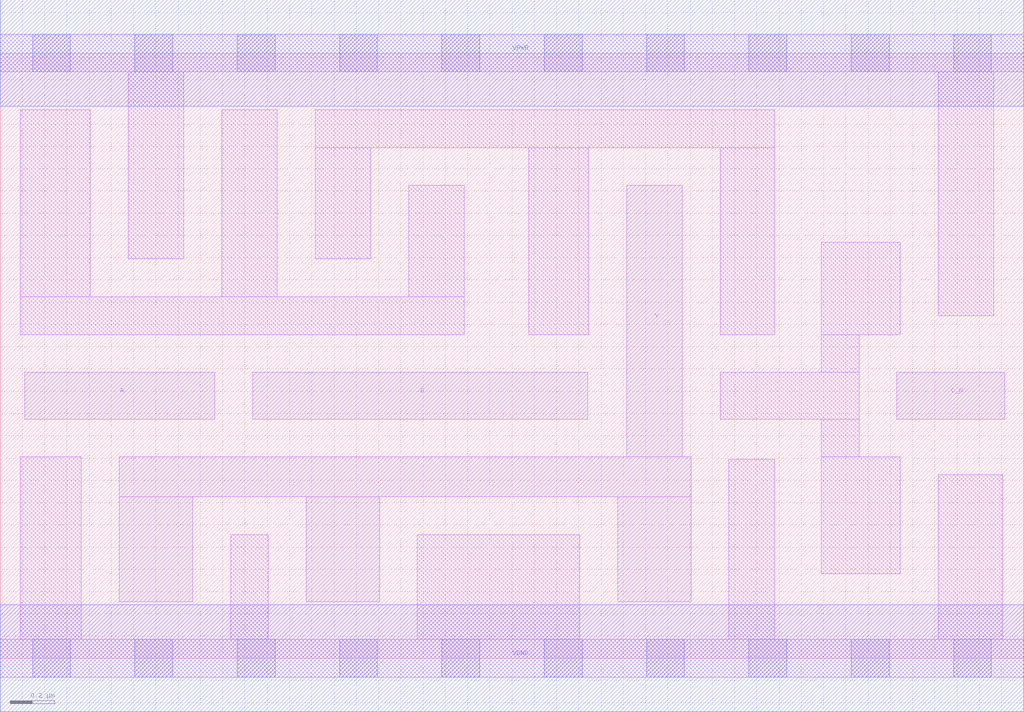
<source format=lef>
# Copyright 2020 The SkyWater PDK Authors
#
# Licensed under the Apache License, Version 2.0 (the "License");
# you may not use this file except in compliance with the License.
# You may obtain a copy of the License at
#
#     https://www.apache.org/licenses/LICENSE-2.0
#
# Unless required by applicable law or agreed to in writing, software
# distributed under the License is distributed on an "AS IS" BASIS,
# WITHOUT WARRANTIES OR CONDITIONS OF ANY KIND, either express or implied.
# See the License for the specific language governing permissions and
# limitations under the License.
#
# SPDX-License-Identifier: Apache-2.0

VERSION 5.7 ;
  NAMESCASESENSITIVE ON ;
  NOWIREEXTENSIONATPIN ON ;
  DIVIDERCHAR "/" ;
  BUSBITCHARS "[]" ;
UNITS
  DATABASE MICRONS 200 ;
END UNITS
MACRO sky130_fd_sc_hd__nor3b_2
  CLASS CORE ;
  FOREIGN sky130_fd_sc_hd__nor3b_2 ;
  ORIGIN  0.000000  0.000000 ;
  SIZE  4.600000 BY  2.720000 ;
  SYMMETRY X Y R90 ;
  SITE unithd ;
  PIN A
    ANTENNAGATEAREA  0.495000 ;
    DIRECTION INPUT ;
    USE SIGNAL ;
    PORT
      LAYER li1 ;
        RECT 0.110000 1.075000 0.965000 1.285000 ;
    END
  END A
  PIN B
    ANTENNAGATEAREA  0.495000 ;
    DIRECTION INPUT ;
    USE SIGNAL ;
    PORT
      LAYER li1 ;
        RECT 1.135000 1.075000 2.640000 1.285000 ;
    END
  END B
  PIN C_N
    ANTENNAGATEAREA  0.126000 ;
    DIRECTION INPUT ;
    USE SIGNAL ;
    PORT
      LAYER li1 ;
        RECT 4.030000 1.075000 4.515000 1.285000 ;
    END
  END C_N
  PIN Y
    ANTENNADIFFAREA  0.796500 ;
    DIRECTION OUTPUT ;
    USE SIGNAL ;
    PORT
      LAYER li1 ;
        RECT 0.535000 0.255000 0.865000 0.725000 ;
        RECT 0.535000 0.725000 3.105000 0.905000 ;
        RECT 1.375000 0.255000 1.705000 0.725000 ;
        RECT 2.775000 0.255000 3.105000 0.725000 ;
        RECT 2.815000 0.905000 3.065000 2.125000 ;
    END
  END Y
  PIN VGND
    DIRECTION INOUT ;
    SHAPE ABUTMENT ;
    USE GROUND ;
    PORT
      LAYER met1 ;
        RECT 0.000000 -0.240000 4.600000 0.240000 ;
    END
  END VGND
  PIN VPWR
    DIRECTION INOUT ;
    SHAPE ABUTMENT ;
    USE POWER ;
    PORT
      LAYER met1 ;
        RECT 0.000000 2.480000 4.600000 2.960000 ;
    END
  END VPWR
  OBS
    LAYER li1 ;
      RECT 0.000000 -0.085000 4.600000 0.085000 ;
      RECT 0.000000  2.635000 4.600000 2.805000 ;
      RECT 0.090000  0.085000 0.365000 0.905000 ;
      RECT 0.090000  1.455000 2.085000 1.625000 ;
      RECT 0.090000  1.625000 0.405000 2.465000 ;
      RECT 0.575000  1.795000 0.825000 2.635000 ;
      RECT 0.995000  1.625000 1.245000 2.465000 ;
      RECT 1.035000  0.085000 1.205000 0.555000 ;
      RECT 1.415000  1.795000 1.665000 2.295000 ;
      RECT 1.415000  2.295000 3.480000 2.465000 ;
      RECT 1.835000  1.625000 2.085000 2.125000 ;
      RECT 1.875000  0.085000 2.605000 0.555000 ;
      RECT 2.375000  1.455000 2.645000 2.295000 ;
      RECT 3.235000  1.075000 3.860000 1.285000 ;
      RECT 3.235000  1.455000 3.480000 2.295000 ;
      RECT 3.275000  0.085000 3.480000 0.895000 ;
      RECT 3.690000  0.380000 4.045000 0.905000 ;
      RECT 3.690000  0.905000 3.860000 1.075000 ;
      RECT 3.690000  1.285000 3.860000 1.455000 ;
      RECT 3.690000  1.455000 4.045000 1.870000 ;
      RECT 4.215000  0.085000 4.505000 0.825000 ;
      RECT 4.215000  1.540000 4.465000 2.635000 ;
    LAYER mcon ;
      RECT 0.145000 -0.085000 0.315000 0.085000 ;
      RECT 0.145000  2.635000 0.315000 2.805000 ;
      RECT 0.605000 -0.085000 0.775000 0.085000 ;
      RECT 0.605000  2.635000 0.775000 2.805000 ;
      RECT 1.065000 -0.085000 1.235000 0.085000 ;
      RECT 1.065000  2.635000 1.235000 2.805000 ;
      RECT 1.525000 -0.085000 1.695000 0.085000 ;
      RECT 1.525000  2.635000 1.695000 2.805000 ;
      RECT 1.985000 -0.085000 2.155000 0.085000 ;
      RECT 1.985000  2.635000 2.155000 2.805000 ;
      RECT 2.445000 -0.085000 2.615000 0.085000 ;
      RECT 2.445000  2.635000 2.615000 2.805000 ;
      RECT 2.905000 -0.085000 3.075000 0.085000 ;
      RECT 2.905000  2.635000 3.075000 2.805000 ;
      RECT 3.365000 -0.085000 3.535000 0.085000 ;
      RECT 3.365000  2.635000 3.535000 2.805000 ;
      RECT 3.825000 -0.085000 3.995000 0.085000 ;
      RECT 3.825000  2.635000 3.995000 2.805000 ;
      RECT 4.285000 -0.085000 4.455000 0.085000 ;
      RECT 4.285000  2.635000 4.455000 2.805000 ;
  END
END sky130_fd_sc_hd__nor3b_2
END LIBRARY

</source>
